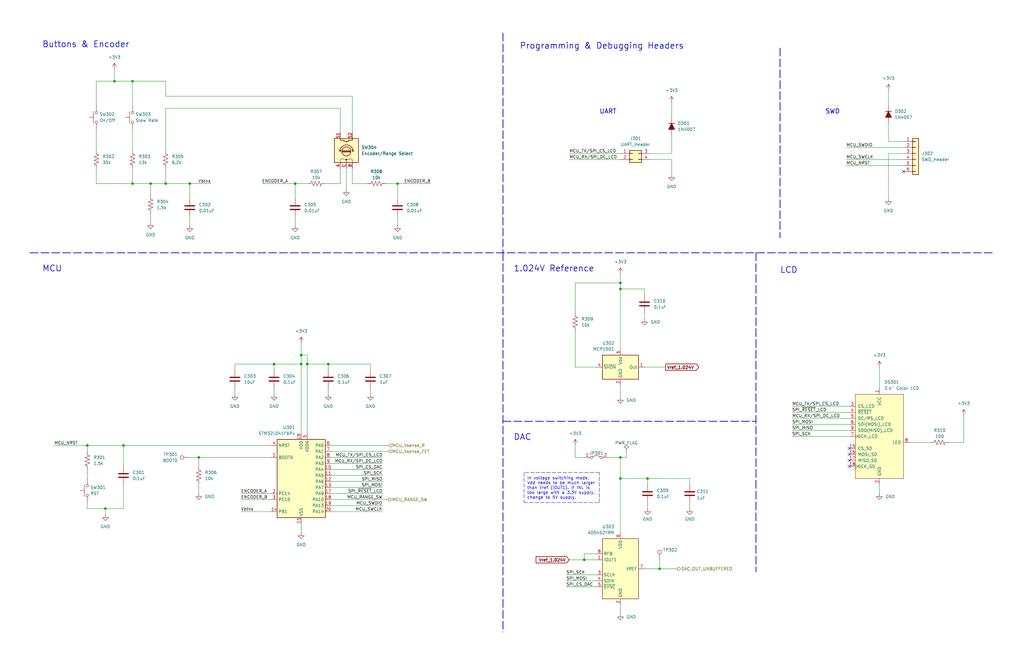
<source format=kicad_sch>
(kicad_sch (version 20211123) (generator eeschema)
  (paper "B")
  (title_block (title "Ampeater") (date "2022-03-14") (rev "0") (comment 1 "Isaac Rex"))
  (lib_symbols
    (symbol "Connector:TestPoint" (pin_numbers hide) (pin_names (offset 0.762) hide)
      (property "Reference" "TP" (at 0 6.858 0))
      (property "Value" "TestPoint" (at 0 5.08 0))
      (symbol "TestPoint_0_1"
        (circle (center 0 3.302) (radius 0.762))
      )
      (symbol "TestPoint_1_1"
        (pin passive line (at 0 0 90) (length 2.54) (name "1") (number "1"))
      )
    )
    (symbol "Connector_Generic:Conn_01x06" (pin_names (offset 1.016) hide)
      (property "Reference" "J" (at 0 7.62 0))
      (property "Value" "Conn_01x06" (at 0 -10.16 0))
      (symbol "Conn_01x06_1_1"
        (rectangle (start -1.27 -7.493) (end 0 -7.747) (stroke (width 0.1524)))
        (rectangle (start -1.27 -4.953) (end 0 -5.207) (stroke (width 0.1524)))
        (rectangle (start -1.27 -2.413) (end 0 -2.667) (stroke (width 0.1524)))
        (rectangle (start -1.27 0.127) (end 0 -0.127) (stroke (width 0.1524)))
        (rectangle (start -1.27 2.667) (end 0 2.413) (stroke (width 0.1524)))
        (rectangle (start -1.27 5.207) (end 0 4.953) (stroke (width 0.1524)))
        (rectangle (start -1.27 6.35) (end 1.27 -8.89) (stroke (width 0.254)) (fill (type background)))
        (pin passive line (at -5.08 5.08 0) (length 3.81) (name "Pin_1") (number "1"))
        (pin passive line (at -5.08 2.54 0) (length 3.81) (name "Pin_2") (number "2"))
        (pin passive line (at -5.08 0 0) (length 3.81) (name "Pin_3") (number "3"))
        (pin passive line (at -5.08 -2.54 0) (length 3.81) (name "Pin_4") (number "4"))
        (pin passive line (at -5.08 -5.08 0) (length 3.81) (name "Pin_5") (number "5"))
        (pin passive line (at -5.08 -7.62 0) (length 3.81) (name "Pin_6") (number "6"))
      )
    )
    (symbol "Connector_Generic:Conn_02x02_Top_Bottom" (pin_names (offset 1.016) hide)
      (property "Reference" "J" (at 1.27 2.54 0))
      (property "Value" "Conn_02x02_Top_Bottom" (at 1.27 -5.08 0))
      (symbol "Conn_02x02_Top_Bottom_1_1"
        (rectangle (start -1.27 -2.413) (end 0 -2.667) (stroke (width 0.1524)))
        (rectangle (start -1.27 0.127) (end 0 -0.127) (stroke (width 0.1524)))
        (rectangle (start -1.27 1.27) (end 3.81 -3.81) (stroke (width 0.254)) (fill (type background)))
        (rectangle (start 3.81 -2.413) (end 2.54 -2.667) (stroke (width 0.1524)))
        (rectangle (start 3.81 0.127) (end 2.54 -0.127) (stroke (width 0.1524)))
        (pin passive line (at -5.08 0 0) (length 3.81) (name "Pin_1") (number "1"))
        (pin passive line (at -5.08 -2.54 0) (length 3.81) (name "Pin_2") (number "2"))
        (pin passive line (at 7.62 0 180) (length 3.81) (name "Pin_3") (number "3"))
        (pin passive line (at 7.62 -2.54 180) (length 3.81) (name "Pin_4") (number "4"))
      )
    )
    (symbol "Device:C" (pin_numbers hide) (pin_names (offset 0.254))
      (property "Reference" "C" (at 0.635 2.54 0))
      (property "Value" "C" (at 0.635 -2.54 0))
      (symbol "C_0_1"
        (polyline (pts (xy -2.032 -0.762) (xy 2.032 -0.762)) (stroke (width 0.508)))
        (polyline (pts (xy -2.032 0.762) (xy 2.032 0.762)) (stroke (width 0.508)))
      )
      (symbol "C_1_1"
        (pin passive line (at 0 3.81 270) (length 2.794) (name "~") (number "1"))
        (pin passive line (at 0 -3.81 90) (length 2.794) (name "~") (number "2"))
      )
    )
    (symbol "Device:D_Filled" (pin_numbers hide) (pin_names (offset 1.016) hide)
      (property "Reference" "D" (at 0 2.54 0))
      (property "Value" "D_Filled" (at 0 -2.54 0))
      (symbol "D_Filled_0_1"
        (polyline (pts (xy -1.27 1.27) (xy -1.27 -1.27)) (stroke (width 0.254)))
        (polyline (pts (xy 1.27 0) (xy -1.27 0)))
        (polyline (pts (xy 1.27 1.27) (xy 1.27 -1.27) (xy -1.27 0) (xy 1.27 1.27)) (stroke (width 0.254)) (fill (type outline)))
      )
      (symbol "D_Filled_1_1"
        (pin passive line (at -3.81 0 0) (length 2.54) (name "K") (number "1"))
        (pin passive line (at 3.81 0 180) (length 2.54) (name "A") (number "2"))
      )
    )
    (symbol "Device:R_US" (pin_numbers hide) (pin_names (offset 0))
      (property "Reference" "R" (at 2.54 0 90))
      (property "Value" "R_US" (at -2.54 0 90))
      (symbol "R_US_0_1"
        (polyline (pts (xy 0 -2.286) (xy 0 -2.54)))
        (polyline (pts (xy 0 2.286) (xy 0 2.54)))
        (polyline (pts (xy 0 -0.762) (xy 1.016 -1.143) (xy 0 -1.524) (xy -1.016 -1.905) (xy 0 -2.286)))
        (polyline (pts (xy 0 0.762) (xy 1.016 0.381) (xy 0 0) (xy -1.016 -0.381) (xy 0 -0.762)))
        (polyline (pts (xy 0 2.286) (xy 1.016 1.905) (xy 0 1.524) (xy -1.016 1.143) (xy 0 0.762)))
      )
      (symbol "R_US_1_1"
        (pin passive line (at 0 3.81 270) (length 1.27) (name "~") (number "1"))
        (pin passive line (at 0 -3.81 90) (length 1.27) (name "~") (number "2"))
      )
    )
    (symbol "Device:RotaryEncoder_Switch" (pin_names (offset 0.254) hide)
      (property "Reference" "SW" (at 0 6.604 0))
      (property "Value" "RotaryEncoder_Switch" (at 0 -6.604 0))
      (symbol "RotaryEncoder_Switch_0_1"
        (rectangle (start -5.08 5.08) (end 5.08 -5.08) (stroke (width 0.254)) (fill (type background)))
        (circle (center -3.81 0) (radius 0.254) (fill (type outline)))
        (arc (start -0.381 -2.794) (mid 2.3622 -0.0635) (end -0.381 2.667) (stroke (width 0.254)))
        (circle (center -0.381 0) (radius 1.905) (stroke (width 0.254)))
        (polyline (pts (xy -0.635 -1.778) (xy -0.635 1.778)) (stroke (width 0.254)))
        (polyline (pts (xy -0.381 -1.778) (xy -0.381 1.778)) (stroke (width 0.254)))
        (polyline (pts (xy -0.127 1.778) (xy -0.127 -1.778)) (stroke (width 0.254)))
        (polyline (pts (xy 3.81 0) (xy 3.429 0)) (stroke (width 0.254)))
        (polyline (pts (xy 3.81 1.016) (xy 3.81 -1.016)) (stroke (width 0.254)))
        (polyline (pts (xy -5.08 -2.54) (xy -3.81 -2.54) (xy -3.81 -2.032)))
        (polyline (pts (xy -5.08 2.54) (xy -3.81 2.54) (xy -3.81 2.032)))
        (polyline (pts (xy 0.254 -3.048) (xy -0.508 -2.794) (xy 0.127 -2.413)) (stroke (width 0.254)))
        (polyline (pts (xy 0.254 2.921) (xy -0.508 2.667) (xy 0.127 2.286)) (stroke (width 0.254)))
        (polyline (pts (xy 5.08 -2.54) (xy 4.318 -2.54) (xy 4.318 -1.016)) (stroke (width 0.254)))
        (polyline (pts (xy 5.08 2.54) (xy 4.318 2.54) (xy 4.318 1.016)) (stroke (width 0.254)))
        (polyline (pts (xy -5.08 0) (xy -3.81 0) (xy -3.81 -1.016) (xy -3.302 -2.032)))
        (polyline (pts (xy -4.318 0) (xy -3.81 0) (xy -3.81 1.016) (xy -3.302 2.032)))
        (circle (center 4.318 -1.016) (radius 0.127) (stroke (width 0.254)))
        (circle (center 4.318 1.016) (radius 0.127) (stroke (width 0.254)))
      )
      (symbol "RotaryEncoder_Switch_1_1"
        (pin passive line (at -7.62 2.54 0) (length 2.54) (name "A") (number "A"))
        (pin passive line (at -7.62 -2.54 0) (length 2.54) (name "B") (number "B"))
        (pin passive line (at -7.62 0 0) (length 2.54) (name "C") (number "C"))
        (pin passive line (at 7.62 2.54 180) (length 2.54) (name "S1") (number "S1"))
        (pin passive line (at 7.62 -2.54 180) (length 2.54) (name "S2") (number "S2"))
      )
    )
    (symbol "Jumper:Jumper_2_Bridged" (pin_names (offset 0) hide)
      (property "Reference" "JP" (at 0 1.905 0))
      (property "Value" "Jumper_2_Bridged" (at 0 -2.54 0))
      (symbol "Jumper_2_Bridged_0_0"
        (circle (center -2.032 0) (radius 0.508))
        (circle (center 2.032 0) (radius 0.508))
      )
      (symbol "Jumper_2_Bridged_0_1"
        (arc (start 1.524 0.254) (mid 0 0.762) (end -1.524 0.254))
      )
      (symbol "Jumper_2_Bridged_1_1"
        (pin passive line (at -5.08 0 0) (length 2.54) (name "A") (number "1"))
        (pin passive line (at 5.08 0 180) (length 2.54) (name "B") (number "2"))
      )
    )
    (symbol "MCU_ST_STM32L0:STM32L041F6Px"
      (property "Reference" "U" (at -10.16 16.51 0))
      (property "Value" "STM32L041F6Px" (at 5.08 16.51 0))
      (symbol "STM32L041F6Px_0_1"
        (rectangle (start -10.16 -17.78) (end 10.16 15.24) (stroke (width 0.254)) (fill (type background)))
      )
      (symbol "STM32L041F6Px_1_1"
        (pin input line (at -12.7 7.62 0) (length 2.54) (name "BOOT0") (number "1"))
        (pin bidirectional line (at 12.7 2.54 180) (length 2.54) (name "PA4") (number "10"))
        (pin bidirectional line (at 12.7 0 180) (length 2.54) (name "PA5") (number "11"))
        (pin bidirectional line (at 12.7 -2.54 180) (length 2.54) (name "PA6") (number "12"))
        (pin bidirectional line (at 12.7 -5.08 180) (length 2.54) (name "PA7") (number "13"))
        (pin bidirectional line (at -12.7 -15.24 0) (length 2.54) (name "PB1") (number "14"))
        (pin power_in line (at 0 -20.32 90) (length 2.54) (name "VSS") (number "15"))
        (pin power_in line (at 0 17.78 270) (length 2.54) (name "VDD") (number "16"))
        (pin bidirectional line (at 12.7 -7.62 180) (length 2.54) (name "PA9") (number "17"))
        (pin bidirectional line (at 12.7 -10.16 180) (length 2.54) (name "PA10") (number "18"))
        (pin bidirectional line (at 12.7 -12.7 180) (length 2.54) (name "PA13") (number "19"))
        (pin bidirectional line (at -12.7 -7.62 0) (length 2.54) (name "PC14") (number "2"))
        (pin bidirectional line (at 12.7 -15.24 180) (length 2.54) (name "PA14") (number "20"))
        (pin bidirectional line (at -12.7 -10.16 0) (length 2.54) (name "PC15") (number "3"))
        (pin input line (at -12.7 12.7 0) (length 2.54) (name "NRST") (number "4"))
        (pin power_in line (at 2.54 17.78 270) (length 2.54) (name "VDDA") (number "5"))
        (pin bidirectional line (at 12.7 12.7 180) (length 2.54) (name "PA0") (number "6"))
        (pin bidirectional line (at 12.7 10.16 180) (length 2.54) (name "PA1") (number "7"))
        (pin bidirectional line (at 12.7 7.62 180) (length 2.54) (name "PA2") (number "8"))
        (pin bidirectional line (at 12.7 5.08 180) (length 2.54) (name "PA3") (number "9"))
      )
    )
    (symbol "Switch:SW_Push" (pin_numbers hide) (pin_names (offset 1.016) hide)
      (property "Reference" "SW" (at 1.27 2.54 0))
      (property "Value" "SW_Push" (at 0 -1.524 0))
      (symbol "SW_Push_0_1"
        (circle (center -2.032 0) (radius 0.508))
        (polyline (pts (xy 0 1.27) (xy 0 3.048)))
        (polyline (pts (xy 2.54 1.27) (xy -2.54 1.27)))
        (circle (center 2.032 0) (radius 0.508))
        (pin passive line (at -5.08 0 0) (length 2.54) (name "1") (number "1"))
        (pin passive line (at 5.08 0 180) (length 2.54) (name "2") (number "2"))
      )
    )
    (symbol "irex_Analog_DAC:AD545xRM_Reverse"
      (property "Reference" "U" (at -2.54 16.51 0))
      (property "Value" "AD545xRM_Reverse" (at -2.54 13.97 0))
      (symbol "AD545xRM_Reverse_0_1"
        (rectangle (start -7.62 12.7) (end 7.62 -12.7) (stroke (width 0.2032)) (fill (type background)))
      )
      (symbol "AD545xRM_Reverse_1_1"
        (pin input line (at -10.16 3.81 0) (length 2.54) (name "IOUT1") (number "1"))
        (pin power_in line (at 0 -15.24 90) (length 2.54) (name "GND") (number "2"))
        (pin input line (at -10.16 -2.54 0) (length 2.54) (name "SCLK") (number "3"))
        (pin input line (at -10.16 -5.08 0) (length 2.54) (name "SDIN") (number "4"))
        (pin input line (at -10.16 -7.62 0) (length 2.54) (name "~{SYNC}") (number "5"))
        (pin power_in line (at 0 15.24 270) (length 2.54) (name "VDD") (number "6"))
        (pin output line (at 10.16 0 180) (length 2.54) (name "VREF") (number "7"))
        (pin input line (at -10.16 6.35 0) (length 2.54) (name "RFB") (number "8"))
      )
    )
    (symbol "irex_Display_Graphic:LCD-Generic_2.4in_SPI_SD" (pin_names (offset 1.016))
      (property "Reference" "DS" (at -10.16 22.86 0))
      (property "Value" "LCD-Generic_2.4in_SPI_SD" (at -2.54 20.32 0))
      (symbol "LCD-Generic_2.4in_SPI_SD_0_1"
        (rectangle (start -10.16 17.78) (end 10.16 -17.78) (fill (type background)))
      )
      (symbol "LCD-Generic_2.4in_SPI_SD_1_1"
        (pin power_in line (at 0 20.32 270) (length 2.54) (name "VCC") (number "1"))
        (pin no_connect line (at 10.16 12.7 0) (length 2.54) hide (name "T_CLK") (number "10"))
        (pin no_connect line (at 10.16 10.16 0) (length 2.54) hide (name "T_CS") (number "11"))
        (pin no_connect line (at 10.16 7.62 0) (length 2.54) hide (name "T_DIN") (number "12"))
        (pin no_connect line (at 10.16 5.08 0) (length 2.54) hide (name "T_DO") (number "13"))
        (pin no_connect line (at 10.16 2.54 0) (length 2.54) hide (name "T_IRQ") (number "14"))
        (pin input line (at -12.7 -5.08 0) (length 2.54) (name "CS_SD") (number "15"))
        (pin input line (at -12.7 -7.62 0) (length 2.54) (name "MOSI_SD") (number "16"))
        (pin output line (at -12.7 -10.16 0) (length 2.54) (name "MISO_SD") (number "17"))
        (pin input clock (at -12.7 -12.7 0) (length 2.54) (name "SCK_SD") (number "18"))
        (pin power_in line (at 0 -20.32 90) (length 2.54) (name "GND") (number "2"))
        (pin input line (at -12.7 12.7 0) (length 2.54) (name "CS_LCD") (number "3"))
        (pin input line (at -12.7 10.16 0) (length 2.54) (name "~{RESET}") (number "4"))
        (pin input line (at -12.7 7.62 0) (length 2.54) (name "DC/RS_LCD") (number "5"))
        (pin input line (at -12.7 5.08 0) (length 2.54) (name "SDI(MOSI)_LCD") (number "6"))
        (pin input clock (at -12.7 0 0) (length 2.54) (name "SCK_LCD") (number "7"))
        (pin input line (at 12.7 -2.54 180) (length 2.54) (name "LED") (number "8"))
        (pin output line (at -12.7 2.54 0) (length 2.54) (name "SDO(MISO)_LCD") (number "9"))
      )
    )
    (symbol "irex_Reference_Voltage:MCP1501"
      (property "Reference" "U" (at 1.27 8.255 0))
      (property "Value" "MCP1501" (at 1.27 6.35 0))
      (symbol "MCP1501_0_1"
        (rectangle (start -7.62 5.08) (end 7.62 -5.08) (stroke (width 0.254)) (fill (type background)))
      )
      (symbol "MCP1501_1_1"
        (pin power_out line (at 10.16 0 180) (length 2.54) (name "Out") (number "1"))
        (pin power_in line (at 0 -7.62 90) (length 2.54) (name "GND") (number "2"))
        (pin passive line (at 0 -7.62 90) (length 2.54) hide (name "GND") (number "3"))
        (pin input line (at -10.16 0 0) (length 2.54) (name "~{SHDN}") (number "4"))
        (pin passive line (at 0 -7.62 90) (length 2.54) hide (name "GND") (number "5"))
        (pin power_in line (at 0 7.62 270) (length 2.54) (name "Vdd") (number "6"))
      )
    )
    (symbol "power:+3V3" (power) (pin_names (offset 0))
      (property "Value" "+3V3" (at 0 3.556 0))
      (symbol "+3V3_0_1"
        (polyline (pts (xy -0.762 1.27) (xy 0 2.54)))
        (polyline (pts (xy 0 0) (xy 0 2.54)))
        (polyline (pts (xy 0 2.54) (xy 0.762 1.27)))
      )
      (symbol "+3V3_1_1"
        (pin power_in line (at 0 0 90) (length 0) hide (name "+3V3") (number "1"))
      )
    )
    (symbol "power:GND" (power) (pin_names (offset 0))
      (property "Value" "GND" (at 0 -3.81 0))
      (symbol "GND_0_1"
        (polyline (pts (xy 0 0) (xy 0 -1.27) (xy 1.27 -1.27) (xy 0 -2.54) (xy -1.27 -1.27) (xy 0 -1.27)))
      )
      (symbol "GND_1_1"
        (pin power_in line (at 0 0 270) (length 0) hide (name "GND") (number "1"))
      )
    )
    (symbol "power:PWR_FLAG" (power) (pin_numbers hide) (pin_names (offset 0) hide)
      (property "Value" "PWR_FLAG" (at 0 3.81 0))
      (symbol "PWR_FLAG_0_0"
        (pin power_out line (at 0 0 90) (length 0) (name "pwr") (number "1"))
      )
      (symbol "PWR_FLAG_0_1"
        (polyline (pts (xy 0 0) (xy 0 1.27) (xy -1.016 1.905) (xy 0 2.54) (xy 1.016 1.905) (xy 0 1.27)))
      )
    )
  )
  (junction (at 246.38 236.22))
  (junction (at 55.88 77.47))
  (junction (at 44.45 214.63))
  (junction (at 115.57 153.67))
  (junction (at 63.5 77.47))
  (junction (at 127 149.86))
  (junction (at 52.07 187.96))
  (junction (at 138.43 153.67))
  (junction (at 80.01 77.47))
  (junction (at 69.85 77.47))
  (junction (at 124.46 77.47))
  (junction (at 261.62 193.04))
  (junction (at 261.62 121.92))
  (junction (at 278.13 240.03))
  (junction (at 48.26 34.29))
  (junction (at 127 153.67))
  (junction (at 55.88 34.29))
  (junction (at 167.64 77.47))
  (junction (at 261.62 201.93))
  (junction (at 261.62 119.38))
  (junction (at 83.82 193.04))
  (junction (at 129.54 153.67))
  (junction (at 273.05 201.93))
  (junction (at 36.83 187.96))
  (no_connect (at 358.14 191.77))
  (no_connect (at 358.14 196.85))
  (no_connect (at 358.14 194.31))
  (no_connect (at 358.14 189.23))
  (no_connect (at 381 72.39))
  (wire (pts (xy 63.5 90.17) (xy 63.5 93.98)))
  (wire (pts (xy 167.64 77.47) (xy 162.56 77.47)))
  (polyline (pts (xy 212.09 177.8) (xy 318.77 177.8)) (stroke (width 0.3048)))
  (wire (pts (xy 69.85 45.72) (xy 143.51 45.72)))
  (wire (pts (xy 139.7 203.2) (xy 161.29 203.2)))
  (wire (pts (xy 129.54 153.67) (xy 138.43 153.67)))
  (wire (pts (xy 36.83 212.09) (xy 36.83 214.63)))
  (wire (pts (xy 261.62 121.92) (xy 261.62 147.32)))
  (wire (pts (xy 278.13 236.22) (xy 278.13 240.03)))
  (wire (pts (xy 271.78 240.03) (xy 278.13 240.03)))
  (wire (pts (xy 356.87 62.23) (xy 381 62.23)))
  (wire (pts (xy 400.05 186.69) (xy 406.4 186.69)))
  (wire (pts (xy 271.78 132.08) (xy 271.78 134.62)))
  (wire (pts (xy 242.57 193.04) (xy 246.38 193.04)))
  (wire (pts (xy 167.64 77.47) (xy 181.61 77.47)))
  (wire (pts (xy 138.43 156.21) (xy 138.43 153.67)))
  (wire (pts (xy 139.7 200.66) (xy 161.29 200.66)))
  (wire (pts (xy 139.7 190.5) (xy 163.83 190.5)))
  (wire (pts (xy 256.54 193.04) (xy 261.62 193.04)))
  (wire (pts (xy 381 59.69) (xy 374.65 59.69)))
  (wire (pts (xy 283.21 43.18) (xy 283.21 49.53)))
  (wire (pts (xy 334.01 176.53) (xy 358.14 176.53)))
  (wire (pts (xy 334.01 184.15) (xy 358.14 184.15)))
  (wire (pts (xy 334.01 171.45) (xy 358.14 171.45)))
  (wire (pts (xy 127 144.78) (xy 127 149.86)))
  (wire (pts (xy 242.57 132.08) (xy 242.57 119.38)))
  (wire (pts (xy 115.57 153.67) (xy 127 153.67)))
  (wire (pts (xy 36.83 190.5) (xy 36.83 187.96)))
  (wire (pts (xy 139.7 210.82) (xy 163.83 210.82)))
  (wire (pts (xy 40.64 34.29) (xy 40.64 44.45)))
  (wire (pts (xy 290.83 201.93) (xy 290.83 204.47)))
  (polyline (pts (xy 212.09 106.68) (xy 212.09 266.7)) (stroke (width 0.3048)))
  (wire (pts (xy 264.16 190.5) (xy 264.16 193.04)))
  (wire (pts (xy 273.05 212.09) (xy 273.05 214.63)))
  (polyline (pts (xy 220.98 199.39) (xy 220.98 212.09)))
  (wire (pts (xy 115.57 156.21) (xy 115.57 153.67)))
  (wire (pts (xy 240.03 64.77) (xy 261.62 64.77)))
  (wire (pts (xy 381 64.77) (xy 374.65 64.77)))
  (wire (pts (xy 40.64 54.61) (xy 40.64 63.5)))
  (wire (pts (xy 80.01 83.82) (xy 80.01 77.47)))
  (wire (pts (xy 44.45 214.63) (xy 52.07 214.63)))
  (wire (pts (xy 48.26 34.29) (xy 48.26 29.21)))
  (wire (pts (xy 69.85 40.64) (xy 69.85 34.29)))
  (wire (pts (xy 374.65 64.77) (xy 374.65 83.82)))
  (wire (pts (xy 124.46 77.47) (xy 129.54 77.47)))
  (wire (pts (xy 69.85 77.47) (xy 69.85 71.12)))
  (wire (pts (xy 273.05 204.47) (xy 273.05 201.93)))
  (wire (pts (xy 124.46 91.44) (xy 124.46 95.25)))
  (wire (pts (xy 99.06 153.67) (xy 115.57 153.67)))
  (wire (pts (xy 261.62 193.04) (xy 261.62 201.93)))
  (wire (pts (xy 242.57 154.94) (xy 251.46 154.94)))
  (polyline (pts (xy 328.93 20.32) (xy 328.93 100.33)) (stroke (width 0.3048)))
  (wire (pts (xy 374.65 59.69) (xy 374.65 52.07)))
  (wire (pts (xy 148.59 77.47) (xy 148.59 71.12)))
  (wire (pts (xy 154.94 77.47) (xy 148.59 77.47)))
  (wire (pts (xy 55.88 34.29) (xy 69.85 34.29)))
  (wire (pts (xy 114.3 215.9) (xy 101.6 215.9)))
  (wire (pts (xy 156.21 163.83) (xy 156.21 166.37)))
  (wire (pts (xy 261.62 119.38) (xy 261.62 121.92)))
  (polyline (pts (xy 212.09 13.97) (xy 212.09 106.68)) (stroke (width 0.3048)))
  (wire (pts (xy 80.01 193.04) (xy 83.82 193.04)))
  (wire (pts (xy 246.38 236.22) (xy 251.46 236.22)))
  (wire (pts (xy 36.83 187.96) (xy 52.07 187.96)))
  (wire (pts (xy 374.65 38.1) (xy 374.65 44.45)))
  (wire (pts (xy 242.57 139.7) (xy 242.57 154.94)))
  (wire (pts (xy 334.01 181.61) (xy 358.14 181.61)))
  (wire (pts (xy 83.82 204.47) (xy 83.82 208.28)))
  (wire (pts (xy 115.57 163.83) (xy 115.57 166.37)))
  (wire (pts (xy 278.13 240.03) (xy 285.75 240.03)))
  (wire (pts (xy 69.85 45.72) (xy 69.85 63.5)))
  (wire (pts (xy 55.88 34.29) (xy 55.88 44.45)))
  (wire (pts (xy 55.88 71.12) (xy 55.88 77.47)))
  (wire (pts (xy 110.49 77.47) (xy 124.46 77.47)))
  (wire (pts (xy 271.78 154.94) (xy 280.67 154.94)))
  (wire (pts (xy 83.82 193.04) (xy 114.3 193.04)))
  (wire (pts (xy 83.82 196.85) (xy 83.82 193.04)))
  (wire (pts (xy 156.21 153.67) (xy 138.43 153.67)))
  (wire (pts (xy 127 220.98) (xy 127 224.79)))
  (wire (pts (xy 290.83 212.09) (xy 290.83 214.63)))
  (polyline (pts (xy 220.98 212.09) (xy 252.73 212.09)))
  (wire (pts (xy 242.57 187.96) (xy 242.57 193.04)))
  (wire (pts (xy 63.5 77.47) (xy 63.5 82.55)))
  (polyline (pts (xy 12.7 106.68) (xy 419.1 106.68)) (stroke (width 0.3048)))
  (wire (pts (xy 101.6 208.28) (xy 114.3 208.28)))
  (wire (pts (xy 99.06 163.83) (xy 99.06 166.37)))
  (wire (pts (xy 129.54 149.86) (xy 127 149.86)))
  (wire (pts (xy 52.07 214.63) (xy 52.07 204.47)))
  (wire (pts (xy 139.7 208.28) (xy 161.29 208.28)))
  (wire (pts (xy 156.21 156.21) (xy 156.21 153.67)))
  (wire (pts (xy 261.62 201.93) (xy 273.05 201.93)))
  (wire (pts (xy 40.64 34.29) (xy 48.26 34.29)))
  (wire (pts (xy 167.64 91.44) (xy 167.64 95.25)))
  (wire (pts (xy 124.46 83.82) (xy 124.46 77.47)))
  (wire (pts (xy 383.54 186.69) (xy 392.43 186.69)))
  (wire (pts (xy 80.01 91.44) (xy 80.01 95.25)))
  (wire (pts (xy 48.26 34.29) (xy 55.88 34.29)))
  (wire (pts (xy 127 153.67) (xy 127 182.88)))
  (wire (pts (xy 261.62 255.27) (xy 261.62 259.08)))
  (polyline (pts (xy 252.73 212.09) (xy 252.73 199.39)))
  (wire (pts (xy 44.45 214.63) (xy 44.45 217.17)))
  (wire (pts (xy 246.38 233.68) (xy 246.38 236.22)))
  (wire (pts (xy 139.7 193.04) (xy 161.29 193.04)))
  (wire (pts (xy 52.07 187.96) (xy 52.07 196.85)))
  (wire (pts (xy 406.4 175.26) (xy 406.4 186.69)))
  (wire (pts (xy 146.05 71.12) (xy 146.05 80.01)))
  (wire (pts (xy 261.62 115.57) (xy 261.62 119.38)))
  (wire (pts (xy 52.07 187.96) (xy 114.3 187.96)))
  (wire (pts (xy 139.7 205.74) (xy 161.29 205.74)))
  (wire (pts (xy 127 149.86) (xy 127 153.67)))
  (wire (pts (xy 238.76 245.11) (xy 251.46 245.11)))
  (wire (pts (xy 261.62 193.04) (xy 264.16 193.04)))
  (wire (pts (xy 36.83 198.12) (xy 36.83 201.93)))
  (wire (pts (xy 22.86 187.96) (xy 36.83 187.96)))
  (wire (pts (xy 129.54 153.67) (xy 129.54 149.86)))
  (wire (pts (xy 283.21 57.15) (xy 283.21 64.77)))
  (wire (pts (xy 356.87 69.85) (xy 381 69.85)))
  (wire (pts (xy 69.85 40.64) (xy 148.59 40.64)))
  (wire (pts (xy 143.51 77.47) (xy 137.16 77.47)))
  (wire (pts (xy 139.7 213.36) (xy 161.29 213.36)))
  (wire (pts (xy 55.88 77.47) (xy 63.5 77.47)))
  (wire (pts (xy 139.7 195.58) (xy 161.29 195.58)))
  (wire (pts (xy 370.84 204.47) (xy 370.84 208.28)))
  (wire (pts (xy 251.46 233.68) (xy 246.38 233.68)))
  (wire (pts (xy 40.64 71.12) (xy 40.64 77.47)))
  (wire (pts (xy 139.7 215.9) (xy 161.29 215.9)))
  (wire (pts (xy 148.59 55.88) (xy 148.59 40.64)))
  (wire (pts (xy 274.32 64.77) (xy 283.21 64.77)))
  (wire (pts (xy 334.01 173.99) (xy 358.14 173.99)))
  (wire (pts (xy 240.03 236.22) (xy 246.38 236.22)))
  (wire (pts (xy 143.51 71.12) (xy 143.51 77.47)))
  (wire (pts (xy 238.76 242.57) (xy 251.46 242.57)))
  (wire (pts (xy 40.64 77.47) (xy 55.88 77.47)))
  (wire (pts (xy 273.05 201.93) (xy 290.83 201.93)))
  (wire (pts (xy 129.54 182.88) (xy 129.54 153.67)))
  (wire (pts (xy 356.87 67.31) (xy 381 67.31)))
  (wire (pts (xy 283.21 67.31) (xy 283.21 73.66)))
  (polyline (pts (xy 252.73 199.39) (xy 220.98 199.39)))
  (wire (pts (xy 334.01 179.07) (xy 358.14 179.07)))
  (wire (pts (xy 167.64 83.82) (xy 167.64 77.47)))
  (wire (pts (xy 101.6 210.82) (xy 114.3 210.82)))
  (wire (pts (xy 240.03 67.31) (xy 261.62 67.31)))
  (wire (pts (xy 271.78 124.46) (xy 271.78 121.92)))
  (wire (pts (xy 242.57 119.38) (xy 261.62 119.38)))
  (wire (pts (xy 63.5 77.47) (xy 69.85 77.47)))
  (wire (pts (xy 139.7 187.96) (xy 163.83 187.96)))
  (wire (pts (xy 36.83 214.63) (xy 44.45 214.63)))
  (wire (pts (xy 69.85 77.47) (xy 80.01 77.47)))
  (wire (pts (xy 55.88 54.61) (xy 55.88 63.5)))
  (polyline (pts (xy 318.77 106.68) (xy 318.77 241.3)) (stroke (width 0.3048)))
  (wire (pts (xy 143.51 45.72) (xy 143.51 55.88)))
  (wire (pts (xy 261.62 201.93) (xy 261.62 224.79)))
  (wire (pts (xy 238.76 247.65) (xy 251.46 247.65)))
  (wire (pts (xy 370.84 154.94) (xy 370.84 163.83)))
  (wire (pts (xy 261.62 162.56) (xy 261.62 167.64)))
  (wire (pts (xy 99.06 156.21) (xy 99.06 153.67)))
  (wire (pts (xy 274.32 67.31) (xy 283.21 67.31)))
  (wire (pts (xy 261.62 121.92) (xy 271.78 121.92)))
  (wire (pts (xy 80.01 77.47) (xy 88.9 77.47)))
  (wire (pts (xy 139.7 198.12) (xy 161.29 198.12)))
  (wire (pts (xy 138.43 163.83) (xy 138.43 166.37)))
  (text "Buttons & Encoder" (at 17.78 20.32 0) (effects (font (size 2.54 2.54) (thickness 0.254) bold) (justify left bottom)))
  (text "SWD" (at 347.98 48.26 0) (effects (font (size 1.905 1.905) (thickness 0.254) bold) (justify left bottom)))
  (text "UART" (at 252.73 48.26 0) (effects (font (size 1.905 1.905) (thickness 0.254) bold) (justify left bottom)))
  (text "LCD" (at 328.93 115.57 0) (effects (font (size 2.54 2.54) (thickness 0.254) bold) (justify left bottom)))
  (text "1.024V Reference" (at 216.535 114.935 0) (effects (font (size 2.54 2.54) (thickness 0.254) bold) (justify left bottom)))
  (text "Programming & Debugging Headers" (at 219.075 20.955 0) (effects (font (size 2.54 2.54) (thickness 0.254) bold) (justify left bottom)))
  (text "MCU" (at 17.78 114.935 0) (effects (font (size 2.54 2.54) (thickness 0.254) bold) (justify left bottom)))
  (text "In voltage switching mode,\nVdd needs to be much larger\nthan Vref (IOUT1). If INL is\ntoo large with a 3.3V supply,\nchange to 5V supply." (at 222.25 210.82 0) (effects (font (size 1.27 1.27)) (justify left bottom)))
  (text "DAC" (at 216.535 186.055 0) (effects (font (size 2.54 2.54) (thickness 0.254) bold) (justify left bottom)))
  (label "ENCODER_B" (at 101.6 210.82 0))
  (label "MCU_NRST" (at 356.87 69.85 0))
  (label "MCU_TX{slash}SPI_CS_LCD" (at 161.29 193.04 180))
  (label "MCU_TX{slash}SPI_CS_LCD" (at 334.01 171.45 0))
  (label "SPI_CS_DAC" (at 161.29 198.12 180))
  (label "SPI_MOSI" (at 161.29 205.74 180))
  (label "MCU_RX{slash}SPI_DC_LCD" (at 161.29 195.58 180))
  (label "SPI_SCK" (at 161.29 200.66 180))
  (label "MCU_RX{slash}SPI_DC_LCD" (at 240.03 67.31 0))
  (label "MCU_TX{slash}SPI_CS_LCD" (at 240.03 64.77 0))
  (label "Vbtns" (at 88.9 77.47 180))
  (label "MCU_SWDIO" (at 356.87 62.23 0))
  (label "Vbtns" (at 101.6 215.9 0))
  (label "MCU_SWDIO" (at 161.29 213.36 180))
  (label "MCU_SWCLK" (at 161.29 215.9 180))
  (label "SPI_MOSI" (at 334.01 179.07 0))
  (label "ENCODER_A" (at 110.49 77.47 0))
  (label "SPI_MISO" (at 161.29 203.2 180))
  (label "SPI_SCK" (at 334.01 184.15 0))
  (label "ENCODER_A" (at 101.6 208.28 0))
  (label "ENCODER_B" (at 181.61 77.47 180))
  (label "MCU_SWCLK" (at 356.87 67.31 0))
  (label "SPI_CS_DAC" (at 238.76 247.65 0))
  (label "MCU_RANGE_SW" (at 161.29 210.82 180))
  (label "MCU_NRST" (at 22.86 187.96 0))
  (label "SPI_~{RESET}_LCD" (at 334.01 173.99 0))
  (label "SPI_SCK" (at 238.76 242.57 0))
  (label "MCU_RX{slash}SPI_DC_LCD" (at 334.01 176.53 0))
  (label "SPI_MISO" (at 334.01 181.61 0))
  (label "SPI_MOSI" (at 238.76 245.11 0))
  (label "SPI_~{RESET}_LCD" (at 161.29 208.28 180))
  (global_label "Vref_1.024V" (shape input) (at 240.03 236.22 180) (effects (font bold)) (property "Intersheet References" "${INTERSHEET_REFS}" (effects hide)))
  (global_label "Vref_1.024V" (shape output) (at 280.67 154.94 0) (effects (font bold)) (property "Intersheet References" "${INTERSHEET_REFS}" (effects hide)))
  (hierarchical_label "MCU_Vsense_R" (shape input) (at 163.83 187.96 0))
  (hierarchical_label "DAC_OUT_UNBUFFERED" (shape output) (at 285.75 240.03 0))
  (hierarchical_label "MCU_RANGE_SW" (shape output) (at 163.83 210.82 0))
  (hierarchical_label "MCU_Vsense_FET" (shape input) (at 163.83 190.5 0))
  (symbol (lib_id "Device:R_US") (at 36.83 194.31 0) (unit 1)
    (property "Reference" "R301" (at 39.37 193.0399 0) (effects (justify left)))
    (property "Value" "1.5k" (at 39.37 195.5799 0) (effects (justify left)))
    (property "Footprint" "Resistor_SMD:R_0603_1608Metric" (effects hide))
    (property "Digi-Key PN" "A121524CT-ND" (effects hide))
  )
  (symbol (lib_id "Device:RotaryEncoder_Switch") (at 146.05 63.5 90) (unit 1)
    (property "Reference" "SW304" (at 152.4 62.2299 90) (effects (justify right)))
    (property "Value" "Encoder/Range Select" (at 152.4 64.7699 90) (effects (justify right)))
    (property "Footprint" "Rotary_Encoder:RotaryEncoder_Alps_EC12E-Switch_Vertical_H20mm" (effects hide))
    (property "Digi-Key PN" "PEC12R-4217F-S0024-ND" (effects hide))
  )
  (symbol (lib_id "Device:C") (at 167.64 87.63 0) (unit 1)
    (property "Reference" "C308" (at 171.45 86.3599 0) (effects (justify left)))
    (property "Value" "0.01uF" (at 171.45 88.8999 0) (effects (justify left)))
    (property "Footprint" "Capacitor_SMD:C_0603_1608Metric" (effects hide))
    (property "Digi-Key PN" "1276-1009-1-ND" (effects hide))
  )
  (symbol (lib_id "power:+3V3") (at 261.62 115.57 0) (unit 1)
    (property "Reference" "#PWR0316" (effects hide))
    (property "Value" "+3V3" (at 261.62 110.49 0))
  )
  (symbol (lib_id "power:GND") (at 273.05 214.63 0) (unit 1)
    (property "Reference" "#PWR0315" (effects hide))
    (property "Value" "GND" (at 273.05 219.0734 0))
  )
  (symbol (lib_id "Connector_Generic:Conn_01x06") (at 386.08 64.77 0) (unit 1)
    (property "Reference" "J302" (at 388.62 64.7699 0) (effects (justify left)))
    (property "Value" "SWD_Header" (at 388.62 67.3099 0) (effects (justify left)))
    (property "Footprint" "Connector_PinHeader_2.54mm:PinHeader_1x06_P2.54mm_Horizontal" (effects hide))
    (property "Digi-Key PN" "2057-PH1RA-06-UA-ND" (effects hide))
  )
  (symbol (lib_id "irex_Reference_Voltage:MCP1501") (at 261.62 154.94 0) (unit 1)
    (property "Reference" "U302" (at 259.08 144.78 0) (effects (justify right)))
    (property "Value" "MCP1501" (at 259.08 147.32 0) (effects (justify right)))
    (property "Footprint" "Package_TO_SOT_SMD:SOT-23-6" (effects hide))
    (property "Datasheet" "http://ww1.microchip.com/downloads/en/DeviceDoc/20005474E.pdf" (effects hide))
    (property "Digi-Key PN" "MCP1501T-10E/CHYCT-ND" (effects hide))
  )
  (symbol (lib_id "power:+3V3") (at 406.4 175.26 0) (unit 1)
    (property "Reference" "#PWR0329" (effects hide))
    (property "Value" "+3V3" (at 406.4 170.18 0))
  )
  (symbol (lib_id "power:GND") (at 115.57 166.37 0) (unit 1)
    (property "Reference" "#PWR0307" (effects hide))
    (property "Value" "GND" (at 115.57 171.45 0))
  )
  (symbol (lib_id "Device:R_US") (at 55.88 67.31 0) (unit 1)
    (property "Reference" "R303" (at 58.42 66.0399 0) (effects (justify left)))
    (property "Value" "13k" (at 58.42 68.5799 0) (effects (justify left)))
    (property "Footprint" "Resistor_SMD:R_0603_1608Metric" (effects hide))
    (property "Digi-Key PN" "CR0603-FX-1302ELFCT-ND" (effects hide))
  )
  (symbol (lib_id "Device:R_US") (at 69.85 67.31 0) (unit 1)
    (property "Reference" "R305" (at 72.39 66.0399 0) (effects (justify left)))
    (property "Value" "6.2k" (at 72.39 68.5799 0) (effects (justify left)))
    (property "Footprint" "Resistor_SMD:R_0603_1608Metric" (effects hide))
    (property "Digi-Key PN" "13-RC0603FR-136K2LCT-ND" (effects hide))
  )
  (symbol (lib_id "Switch:SW_Push") (at 36.83 207.01 90) (unit 1)
    (property "Reference" "SW301" (at 38.1 205.7399 90) (effects (justify right)))
    (property "Value" "RST" (at 38.1 208.2799 90) (effects (justify right)))
    (property "Footprint" "irex_Button_Switch_SMD:SW-PUSH-6x3.5mm_CK-PTS636SL43x_HandSolder" (effects hide))
    (property "Digi-Key PN" "CKN12309-1-ND" (effects hide))
  )
  (symbol (lib_id "power:GND") (at 83.82 208.28 0) (unit 1)
    (property "Reference" "#PWR0305" (effects hide))
    (property "Value" "GND" (at 86.36 209.5499 0) (effects (justify left)))
  )
  (symbol (lib_id "power:GND") (at 290.83 214.63 0) (unit 1)
    (property "Reference" "#PWR0321" (effects hide))
    (property "Value" "GND" (at 290.83 219.0734 0))
  )
  (symbol (lib_id "Device:C") (at 138.43 160.02 0) (unit 1)
    (property "Reference" "C306" (at 142.24 158.7499 0) (effects (justify left)))
    (property "Value" "0.1uF" (at 142.24 161.2899 0) (effects (justify left)))
    (property "Footprint" "Capacitor_SMD:C_0603_1608Metric" (effects hide))
    (property "Digi-Key PN" "1276-CL10B104KB8NNNLCT-ND" (effects hide))
  )
  (symbol (lib_id "Device:R_US") (at 158.75 77.47 90) (unit 1)
    (property "Reference" "R308" (at 158.75 72.39 90))
    (property "Value" "10k" (at 158.75 74.93 90))
    (property "Footprint" "Resistor_SMD:R_0603_1608Metric" (effects hide))
    (property "Digi-Key PN" "A106048CT-ND" (effects hide))
  )
  (symbol (lib_id "power:GND") (at 374.65 83.82 0) (mirror y) (unit 1)
    (property "Reference" "#PWR0328" (effects hide))
    (property "Value" "GND" (at 374.65 88.9 0))
  )
  (symbol (lib_id "power:GND") (at 261.62 259.08 0) (unit 1)
    (property "Reference" "#PWR0319" (effects hide))
    (property "Value" "GND" (at 264.16 260.3499 0) (effects (justify left)))
  )
  (symbol (lib_id "power:+3V3") (at 48.26 29.21 0) (unit 1)
    (property "Reference" "#PWR0302" (effects hide))
    (property "Value" "+3V3" (at 48.26 24.13 0))
  )
  (symbol (lib_id "power:GND") (at 63.5 93.98 0) (unit 1)
    (property "Reference" "#PWR0303" (effects hide))
    (property "Value" "GND" (at 63.5 99.06 0))
  )
  (symbol (lib_id "Device:R_US") (at 242.57 135.89 0) (unit 1)
    (property "Reference" "R309" (at 245.11 134.6199 0) (effects (justify left)))
    (property "Value" "10k" (at 245.11 137.1599 0) (effects (justify left)))
    (property "Footprint" "Resistor_SMD:R_0603_1608Metric" (effects hide))
    (property "Digi-Key PN" "A106048CT-ND" (effects hide))
  )
  (symbol (lib_id "Device:C") (at 115.57 160.02 0) (unit 1)
    (property "Reference" "C304" (at 119.38 158.7499 0) (effects (justify left)))
    (property "Value" "0.1uF" (at 119.38 161.2899 0) (effects (justify left)))
    (property "Footprint" "Capacitor_SMD:C_0603_1608Metric" (effects hide))
    (property "Digi-Key PN" "1276-CL10B104KB8NNNLCT-ND" (effects hide))
  )
  (symbol (lib_id "power:GND") (at 146.05 80.01 0) (mirror y) (unit 1)
    (property "Reference" "#PWR0312" (effects hide))
    (property "Value" "GND" (at 146.05 85.09 0))
  )
  (symbol (lib_id "Switch:SW_Push") (at 40.64 49.53 90) (unit 1)
    (property "Reference" "SW302" (at 41.91 48.2599 90) (effects (justify right)))
    (property "Value" "On/Off" (at 41.91 50.7999 90) (effects (justify right)))
    (property "Footprint" "irex_Button_Switch_SMD:SW_PUSH-12mm_Wuerth-430476085716_HandSolder" (effects hide))
    (property "Digi-Key PN" "732-13655-1-ND" (effects hide))
  )
  (symbol (lib_id "power:GND") (at 80.01 95.25 0) (unit 1)
    (property "Reference" "#PWR0304" (effects hide))
    (property "Value" "GND" (at 80.01 100.33 0))
  )
  (symbol (lib_id "power:GND") (at 271.78 134.62 0) (unit 1)
    (property "Reference" "#PWR0320" (effects hide))
    (property "Value" "GND" (at 274.32 135.8899 0) (effects (justify left)))
  )
  (symbol (lib_id "Device:C") (at 290.83 208.28 0) (unit 1)
    (property "Reference" "C311" (at 293.751 207.3715 0) (effects (justify left)))
    (property "Value" "1uF" (at 293.751 210.1466 0) (effects (justify left)))
    (property "Footprint" "Capacitor_SMD:C_0603_1608Metric" (effects hide))
    (property "Digi-Key PN" "1276-1102-1-ND" (effects hide))
  )
  (symbol (lib_id "Connector_Generic:Conn_02x02_Top_Bottom") (at 266.7 64.77 0) (unit 1)
    (property "Reference" "J301" (at 267.97 58.42 0))
    (property "Value" "UART_Header" (at 267.97 60.96 0))
    (property "Footprint" "Connector_PinHeader_2.54mm:PinHeader_2x02_P2.54mm_Horizontal" (effects hide))
    (property "Digi-Key PN" "2057-PH2RA-04-UA-ND" (effects hide))
  )
  (symbol (lib_id "power:GND") (at 99.06 166.37 0) (unit 1)
    (property "Reference" "#PWR0306" (effects hide))
    (property "Value" "GND" (at 99.06 171.45 0))
  )
  (symbol (lib_id "Connector:TestPoint") (at 278.13 236.22 0) (unit 1)
    (property "Reference" "TP302" (at 279.527 232.0833 0) (effects (justify left)))
  )
  (symbol (lib_id "Device:D_Filled") (at 283.21 53.34 270) (unit 1)
    (property "Reference" "D301" (at 285.75 52.0699 90) (effects (justify left)))
    (property "Value" "1N4007" (at 285.75 54.6099 90) (effects (justify left)))
    (property "Footprint" "Diode_SMD:D_SOD-123F" (effects hide))
    (property "Digi-Key PN" "1655-1N4007FLCT-ND" (effects hide))
  )
  (symbol (lib_id "power:+3V3") (at 242.57 187.96 0) (unit 1)
    (property "Reference" "#PWR0318" (effects hide))
    (property "Value" "+3V3" (at 242.57 182.88 0))
  )
  (symbol (lib_id "irex_Display_Graphic:LCD-Generic_2.4in_SPI_SD") (at 370.84 184.15 0) (unit 1)
    (property "Reference" "DS301" (at 372.8594 161.29 0) (effects (justify left)))
    (property "Value" "2.4\" Color LCD" (at 372.8594 163.83 0) (effects (justify left)))
    (property "Footprint" "irex_Display:LCD-Generic-2.4in_77.18x42.72mm_ReducedCourtyard" (effects hide))
  )
  (symbol (lib_id "Device:D_Filled") (at 374.65 48.26 270) (unit 1)
    (property "Reference" "D302" (at 377.19 46.9899 90) (effects (justify left)))
    (property "Value" "1N4007" (at 377.19 49.5299 90) (effects (justify left)))
    (property "Footprint" "Diode_SMD:D_SOD-123F" (effects hide))
    (property "Digi-Key PN" "1655-1N4007FLCT-ND" (effects hide))
  )
  (symbol (lib_id "power:PWR_FLAG") (at 264.16 190.5 0) (unit 1)
    (property "Reference" "#FLG0103" (effects hide))
    (property "Value" "PWR_FLAG" (at 264.16 186.9242 0))
  )
  (symbol (lib_id "Switch:SW_Push") (at 55.88 49.53 90) (unit 1)
    (property "Reference" "SW303" (at 57.15 48.2599 90) (effects (justify right)))
    (property "Value" "Slew Rate" (at 57.15 50.7999 90) (effects (justify right)))
    (property "Footprint" "irex_Button_Switch_SMD:SW_PUSH-12mm_Wuerth-430476085716_HandSolder" (effects hide))
    (property "Digi-Key PN" "732-13655-1-ND" (effects hide))
  )
  (symbol (lib_id "power:GND") (at 167.64 95.25 0) (mirror y) (unit 1)
    (property "Reference" "#PWR0314" (effects hide))
    (property "Value" "GND" (at 167.64 100.33 0))
  )
  (symbol (lib_id "power:+3V3") (at 127 144.78 0) (unit 1)
    (property "Reference" "#PWR0309" (effects hide))
    (property "Value" "+3V3" (at 127 139.7 0))
  )
  (symbol (lib_id "power:GND") (at 138.43 166.37 0) (unit 1)
    (property "Reference" "#PWR0311" (effects hide))
    (property "Value" "GND" (at 138.43 171.45 0))
  )
  (symbol (lib_id "Device:C") (at 124.46 87.63 0) (unit 1)
    (property "Reference" "C305" (at 128.27 86.3599 0) (effects (justify left)))
    (property "Value" "0.01uF" (at 128.27 88.8999 0) (effects (justify left)))
    (property "Footprint" "Capacitor_SMD:C_0603_1608Metric" (effects hide))
    (property "Digi-Key PN" "1276-1009-1-ND" (effects hide))
  )
  (symbol (lib_id "Device:R_US") (at 63.5 86.36 0) (unit 1)
    (property "Reference" "R304" (at 66.04 85.0899 0) (effects (justify left)))
    (property "Value" "1.5k" (at 66.04 87.6299 0) (effects (justify left)))
    (property "Footprint" "Resistor_SMD:R_0603_1608Metric" (effects hide))
    (property "Digi-Key PN" "A121524CT-ND" (effects hide))
  )
  (symbol (lib_id "power:GND") (at 44.45 217.17 0) (unit 1)
    (property "Reference" "#PWR0301" (effects hide))
    (property "Value" "GND" (at 44.45 222.25 0))
  )
  (symbol (lib_id "power:GND") (at 261.62 167.64 0) (unit 1)
    (property "Reference" "#PWR0317" (effects hide))
    (property "Value" "GND" (at 264.16 168.9099 0) (effects (justify left)))
  )
  (symbol (lib_id "power:GND") (at 127 224.79 0) (unit 1)
    (property "Reference" "#PWR0310" (effects hide))
    (property "Value" "GND" (at 127 229.87 0))
  )
  (symbol (lib_id "Device:C") (at 80.01 87.63 0) (unit 1)
    (property "Reference" "C302" (at 83.82 86.3599 0) (effects (justify left)))
    (property "Value" "0.01uF" (at 83.82 88.8999 0) (effects (justify left)))
    (property "Footprint" "Capacitor_SMD:C_0603_1608Metric" (effects hide))
    (property "Digi-Key PN" "1276-1009-1-ND" (effects hide))
  )
  (symbol (lib_id "Device:R_US") (at 396.24 186.69 90) (unit 1)
    (property "Reference" "R310" (at 396.24 181.61 90))
    (property "Value" "100" (at 396.24 184.15 90))
    (property "Footprint" "Resistor_SMD:R_0603_1608Metric" (effects hide))
    (property "Digi-Key PN" "A106047CT-ND" (effects hide))
  )
  (symbol (lib_id "power:+3V3") (at 370.84 154.94 0) (unit 1)
    (property "Reference" "#PWR0325" (effects hide))
    (property "Value" "+3V3" (at 370.84 149.86 0))
  )
  (symbol (lib_id "power:GND") (at 370.84 208.28 0) (unit 1)
    (property "Reference" "#PWR0326" (effects hide))
    (property "Value" "GND" (at 373.38 209.5499 0) (effects (justify left)))
  )
  (symbol (lib_id "Device:C") (at 156.21 160.02 0) (unit 1)
    (property "Reference" "C307" (at 160.02 158.7499 0) (effects (justify left)))
    (property "Value" "1uF" (at 160.02 161.2899 0) (effects (justify left)))
    (property "Footprint" "Capacitor_SMD:C_0603_1608Metric" (effects hide))
    (property "Digi-Key PN" "1276-1102-1-ND" (effects hide))
  )
  (symbol (lib_id "irex_Analog_DAC:AD545xRM_Reverse") (at 261.62 240.03 0) (unit 1)
    (property "Reference" "U303" (at 259.08 222.25 0) (effects (justify right)))
    (property "Value" "AD5452YRM" (at 259.08 224.79 0) (effects (justify right)))
    (property "Footprint" "Package_SO:MSOP-8_3x3mm_P0.65mm" (effects hide))
    (property "Datasheet" "https://www.analog.com/media/en/technical-documentation/data-sheets/ad5450_5451_5452_5453.pdf" (effects hide))
    (property "Digi-Key PN" "AD5452YRMZ-REEL7CT-ND" (effects hide))
  )
  (symbol (lib_id "Device:C") (at 99.06 160.02 0) (unit 1)
    (property "Reference" "C303" (at 102.87 158.7499 0) (effects (justify left)))
    (property "Value" "10uF" (at 102.87 161.2899 0) (effects (justify left)))
    (property "Footprint" "Capacitor_SMD:C_0603_1608Metric" (effects hide))
    (property "Digi-Key PN" "490-18214-1-ND" (effects hide))
  )
  (symbol (lib_id "power:GND") (at 283.21 73.66 0) (mirror y) (unit 1)
    (property "Reference" "#PWR0323" (effects hide))
    (property "Value" "GND" (at 283.21 78.74 0))
  )
  (symbol (lib_id "Device:C") (at 271.78 128.27 0) (unit 1)
    (property "Reference" "C310" (at 275.59 126.9999 0) (effects (justify left)))
    (property "Value" "0.1uF" (at 275.59 129.5399 0) (effects (justify left)))
    (property "Footprint" "Capacitor_SMD:C_0603_1608Metric" (effects hide))
    (property "Digi-Key PN" "1276-CL10B104KB8NNNLCT-ND" (effects hide))
  )
  (symbol (lib_id "Jumper:Jumper_2_Bridged") (at 251.46 193.04 0) (unit 1)
    (property "Reference" "JP301" (at 251.46 191.2422 0))
    (property "Value" "DAC_Jumper" (effects hide))
    (property "Footprint" "Jumper:SolderJumper-2_P1.3mm_Bridged_RoundedPad1.0x1.5mm" (effects hide))
  )
  (symbol (lib_id "Device:R_US") (at 40.64 67.31 0) (unit 1)
    (property "Reference" "R302" (at 43.18 66.0399 0) (effects (justify left)))
    (property "Value" "30k" (at 43.18 68.5799 0) (effects (justify left)))
    (property "Footprint" "Resistor_SMD:R_0603_1608Metric" (effects hide))
    (property "Digi-Key PN" "CR0603-FX-3002ELFCT-ND" (effects hide))
  )
  (symbol (lib_id "MCU_ST_STM32L0:STM32L041F6Px") (at 127 200.66 0) (unit 1)
    (property "Reference" "U301" (at 124.46 180.34 0) (effects (justify right)))
    (property "Value" "STM32L041F6Px" (at 124.46 182.88 0) (effects (justify right)))
    (property "Footprint" "Package_SO:TSSOP-20_4.4x6.5mm_P0.65mm" (effects hide))
    (property "Datasheet" "http://www.st.com/st-web-ui/static/active/en/resource/technical/document/datasheet/DM00152023.pdf" (effects hide))
    (property "Digi-Key PN" "497-16810-ND" (effects hide))
  )
  (symbol (lib_id "Device:R_US") (at 83.82 200.66 0) (unit 1)
    (property "Reference" "R306" (at 86.36 199.3899 0) (effects (justify left)))
    (property "Value" "10k" (at 86.36 201.9299 0) (effects (justify left)))
    (property "Footprint" "Resistor_SMD:R_0603_1608Metric" (effects hide))
    (property "Digi-Key PN" "A106048CT-ND" (effects hide))
  )
  (symbol (lib_id "power:GND") (at 156.21 166.37 0) (unit 1)
    (property "Reference" "#PWR0313" (effects hide))
    (property "Value" "GND" (at 156.21 171.45 0))
  )
  (symbol (lib_id "power:+3V3") (at 374.65 38.1 0) (unit 1)
    (property "Reference" "#PWR0327" (effects hide))
    (property "Value" "+3V3" (at 374.65 33.02 0))
  )
  (symbol (lib_id "power:+3V3") (at 283.21 43.18 0) (unit 1)
    (property "Reference" "#PWR0322" (effects hide))
    (property "Value" "+3V3" (at 283.21 38.1 0))
  )
  (symbol (lib_id "power:GND") (at 124.46 95.25 0) (unit 1)
    (property "Reference" "#PWR0308" (effects hide))
    (property "Value" "GND" (at 124.46 100.33 0))
  )
  (symbol (lib_id "Connector:TestPoint") (at 80.01 193.04 90) (unit 1)
    (property "Reference" "TP301" (at 74.93 191.7699 90) (effects (justify left)))
    (property "Value" "BOOT0" (at 74.93 194.3099 90) (effects (justify left)))
    (property "Footprint" "TestPoint:TestPoint_THTPad_D2.5mm_Drill1.2mm" (effects hide))
  )
  (symbol (lib_id "Device:R_US") (at 133.35 77.47 90) (unit 1)
    (property "Reference" "R307" (at 133.35 72.39 90))
    (property "Value" "10k" (at 133.35 74.93 90))
    (property "Footprint" "Resistor_SMD:R_0603_1608Metric" (effects hide))
    (property "Digi-Key PN" "A106048CT-ND" (effects hide))
  )
  (symbol (lib_id "Device:C") (at 273.05 208.28 0) (unit 1)
    (property "Reference" "C309" (at 276.86 207.0099 0) (effects (justify left)))
    (property "Value" "0.1uF" (at 276.86 209.5499 0) (effects (justify left)))
    (property "Footprint" "Capacitor_SMD:C_0603_1608Metric" (effects hide))
    (property "Digi-Key PN" "1276-CL10B104KB8NNNLCT-ND" (effects hide))
  )
  (symbol (lib_id "Device:C") (at 52.07 200.66 0) (unit 1)
    (property "Reference" "C301" (at 55.88 199.3899 0) (effects (justify left)))
    (property "Value" "0.1uF" (at 55.88 201.9299 0) (effects (justify left)))
    (property "Footprint" "Capacitor_SMD:C_0603_1608Metric" (effects hide))
    (property "Digi-Key PN" "1276-CL10B104KB8NNNLCT-ND" (effects hide))
  )
)
</source>
